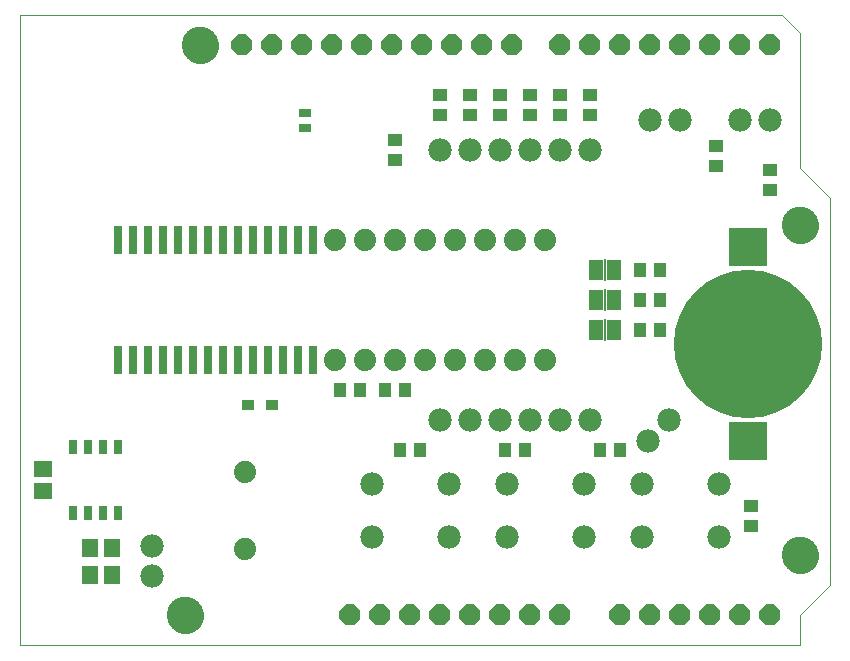
<source format=gbs>
G75*
%MOIN*%
%OFA0B0*%
%FSLAX25Y25*%
%IPPOS*%
%LPD*%
%AMOC8*
5,1,8,0,0,1.08239X$1,22.5*
%
%ADD10C,0.00000*%
%ADD11C,0.12211*%
%ADD12R,0.03943X0.03156*%
%ADD13C,0.07400*%
%ADD14R,0.04337X0.04731*%
%ADD15C,0.07800*%
%ADD16R,0.04731X0.04337*%
%ADD17OC8,0.07000*%
%ADD18R,0.06306X0.05518*%
%ADD19R,0.05518X0.06306*%
%ADD20C,0.25400*%
%ADD21R,0.12998X0.12998*%
%ADD22C,0.49465*%
%ADD23R,0.02762X0.05124*%
%ADD24R,0.05000X0.06700*%
%ADD25R,0.00600X0.07200*%
%ADD26R,0.04337X0.03550*%
%ADD27R,0.02900X0.09400*%
D10*
X0005000Y0005000D02*
X0005000Y0215000D01*
X0259000Y0215000D01*
X0265000Y0209000D01*
X0265000Y0164000D01*
X0275000Y0154000D01*
X0275000Y0025000D01*
X0265000Y0015000D01*
X0265000Y0005000D01*
X0005000Y0005000D01*
X0054094Y0015000D02*
X0054096Y0015153D01*
X0054102Y0015307D01*
X0054112Y0015460D01*
X0054126Y0015612D01*
X0054144Y0015765D01*
X0054166Y0015916D01*
X0054191Y0016067D01*
X0054221Y0016218D01*
X0054255Y0016368D01*
X0054292Y0016516D01*
X0054333Y0016664D01*
X0054378Y0016810D01*
X0054427Y0016956D01*
X0054480Y0017100D01*
X0054536Y0017242D01*
X0054596Y0017383D01*
X0054660Y0017523D01*
X0054727Y0017661D01*
X0054798Y0017797D01*
X0054873Y0017931D01*
X0054950Y0018063D01*
X0055032Y0018193D01*
X0055116Y0018321D01*
X0055204Y0018447D01*
X0055295Y0018570D01*
X0055389Y0018691D01*
X0055487Y0018809D01*
X0055587Y0018925D01*
X0055691Y0019038D01*
X0055797Y0019149D01*
X0055906Y0019257D01*
X0056018Y0019362D01*
X0056132Y0019463D01*
X0056250Y0019562D01*
X0056369Y0019658D01*
X0056491Y0019751D01*
X0056616Y0019840D01*
X0056743Y0019927D01*
X0056872Y0020009D01*
X0057003Y0020089D01*
X0057136Y0020165D01*
X0057271Y0020238D01*
X0057408Y0020307D01*
X0057547Y0020372D01*
X0057687Y0020434D01*
X0057829Y0020492D01*
X0057972Y0020547D01*
X0058117Y0020598D01*
X0058263Y0020645D01*
X0058410Y0020688D01*
X0058558Y0020727D01*
X0058707Y0020763D01*
X0058857Y0020794D01*
X0059008Y0020822D01*
X0059159Y0020846D01*
X0059312Y0020866D01*
X0059464Y0020882D01*
X0059617Y0020894D01*
X0059770Y0020902D01*
X0059923Y0020906D01*
X0060077Y0020906D01*
X0060230Y0020902D01*
X0060383Y0020894D01*
X0060536Y0020882D01*
X0060688Y0020866D01*
X0060841Y0020846D01*
X0060992Y0020822D01*
X0061143Y0020794D01*
X0061293Y0020763D01*
X0061442Y0020727D01*
X0061590Y0020688D01*
X0061737Y0020645D01*
X0061883Y0020598D01*
X0062028Y0020547D01*
X0062171Y0020492D01*
X0062313Y0020434D01*
X0062453Y0020372D01*
X0062592Y0020307D01*
X0062729Y0020238D01*
X0062864Y0020165D01*
X0062997Y0020089D01*
X0063128Y0020009D01*
X0063257Y0019927D01*
X0063384Y0019840D01*
X0063509Y0019751D01*
X0063631Y0019658D01*
X0063750Y0019562D01*
X0063868Y0019463D01*
X0063982Y0019362D01*
X0064094Y0019257D01*
X0064203Y0019149D01*
X0064309Y0019038D01*
X0064413Y0018925D01*
X0064513Y0018809D01*
X0064611Y0018691D01*
X0064705Y0018570D01*
X0064796Y0018447D01*
X0064884Y0018321D01*
X0064968Y0018193D01*
X0065050Y0018063D01*
X0065127Y0017931D01*
X0065202Y0017797D01*
X0065273Y0017661D01*
X0065340Y0017523D01*
X0065404Y0017383D01*
X0065464Y0017242D01*
X0065520Y0017100D01*
X0065573Y0016956D01*
X0065622Y0016810D01*
X0065667Y0016664D01*
X0065708Y0016516D01*
X0065745Y0016368D01*
X0065779Y0016218D01*
X0065809Y0016067D01*
X0065834Y0015916D01*
X0065856Y0015765D01*
X0065874Y0015612D01*
X0065888Y0015460D01*
X0065898Y0015307D01*
X0065904Y0015153D01*
X0065906Y0015000D01*
X0065904Y0014847D01*
X0065898Y0014693D01*
X0065888Y0014540D01*
X0065874Y0014388D01*
X0065856Y0014235D01*
X0065834Y0014084D01*
X0065809Y0013933D01*
X0065779Y0013782D01*
X0065745Y0013632D01*
X0065708Y0013484D01*
X0065667Y0013336D01*
X0065622Y0013190D01*
X0065573Y0013044D01*
X0065520Y0012900D01*
X0065464Y0012758D01*
X0065404Y0012617D01*
X0065340Y0012477D01*
X0065273Y0012339D01*
X0065202Y0012203D01*
X0065127Y0012069D01*
X0065050Y0011937D01*
X0064968Y0011807D01*
X0064884Y0011679D01*
X0064796Y0011553D01*
X0064705Y0011430D01*
X0064611Y0011309D01*
X0064513Y0011191D01*
X0064413Y0011075D01*
X0064309Y0010962D01*
X0064203Y0010851D01*
X0064094Y0010743D01*
X0063982Y0010638D01*
X0063868Y0010537D01*
X0063750Y0010438D01*
X0063631Y0010342D01*
X0063509Y0010249D01*
X0063384Y0010160D01*
X0063257Y0010073D01*
X0063128Y0009991D01*
X0062997Y0009911D01*
X0062864Y0009835D01*
X0062729Y0009762D01*
X0062592Y0009693D01*
X0062453Y0009628D01*
X0062313Y0009566D01*
X0062171Y0009508D01*
X0062028Y0009453D01*
X0061883Y0009402D01*
X0061737Y0009355D01*
X0061590Y0009312D01*
X0061442Y0009273D01*
X0061293Y0009237D01*
X0061143Y0009206D01*
X0060992Y0009178D01*
X0060841Y0009154D01*
X0060688Y0009134D01*
X0060536Y0009118D01*
X0060383Y0009106D01*
X0060230Y0009098D01*
X0060077Y0009094D01*
X0059923Y0009094D01*
X0059770Y0009098D01*
X0059617Y0009106D01*
X0059464Y0009118D01*
X0059312Y0009134D01*
X0059159Y0009154D01*
X0059008Y0009178D01*
X0058857Y0009206D01*
X0058707Y0009237D01*
X0058558Y0009273D01*
X0058410Y0009312D01*
X0058263Y0009355D01*
X0058117Y0009402D01*
X0057972Y0009453D01*
X0057829Y0009508D01*
X0057687Y0009566D01*
X0057547Y0009628D01*
X0057408Y0009693D01*
X0057271Y0009762D01*
X0057136Y0009835D01*
X0057003Y0009911D01*
X0056872Y0009991D01*
X0056743Y0010073D01*
X0056616Y0010160D01*
X0056491Y0010249D01*
X0056369Y0010342D01*
X0056250Y0010438D01*
X0056132Y0010537D01*
X0056018Y0010638D01*
X0055906Y0010743D01*
X0055797Y0010851D01*
X0055691Y0010962D01*
X0055587Y0011075D01*
X0055487Y0011191D01*
X0055389Y0011309D01*
X0055295Y0011430D01*
X0055204Y0011553D01*
X0055116Y0011679D01*
X0055032Y0011807D01*
X0054950Y0011937D01*
X0054873Y0012069D01*
X0054798Y0012203D01*
X0054727Y0012339D01*
X0054660Y0012477D01*
X0054596Y0012617D01*
X0054536Y0012758D01*
X0054480Y0012900D01*
X0054427Y0013044D01*
X0054378Y0013190D01*
X0054333Y0013336D01*
X0054292Y0013484D01*
X0054255Y0013632D01*
X0054221Y0013782D01*
X0054191Y0013933D01*
X0054166Y0014084D01*
X0054144Y0014235D01*
X0054126Y0014388D01*
X0054112Y0014540D01*
X0054102Y0014693D01*
X0054096Y0014847D01*
X0054094Y0015000D01*
X0259094Y0035000D02*
X0259096Y0035153D01*
X0259102Y0035307D01*
X0259112Y0035460D01*
X0259126Y0035612D01*
X0259144Y0035765D01*
X0259166Y0035916D01*
X0259191Y0036067D01*
X0259221Y0036218D01*
X0259255Y0036368D01*
X0259292Y0036516D01*
X0259333Y0036664D01*
X0259378Y0036810D01*
X0259427Y0036956D01*
X0259480Y0037100D01*
X0259536Y0037242D01*
X0259596Y0037383D01*
X0259660Y0037523D01*
X0259727Y0037661D01*
X0259798Y0037797D01*
X0259873Y0037931D01*
X0259950Y0038063D01*
X0260032Y0038193D01*
X0260116Y0038321D01*
X0260204Y0038447D01*
X0260295Y0038570D01*
X0260389Y0038691D01*
X0260487Y0038809D01*
X0260587Y0038925D01*
X0260691Y0039038D01*
X0260797Y0039149D01*
X0260906Y0039257D01*
X0261018Y0039362D01*
X0261132Y0039463D01*
X0261250Y0039562D01*
X0261369Y0039658D01*
X0261491Y0039751D01*
X0261616Y0039840D01*
X0261743Y0039927D01*
X0261872Y0040009D01*
X0262003Y0040089D01*
X0262136Y0040165D01*
X0262271Y0040238D01*
X0262408Y0040307D01*
X0262547Y0040372D01*
X0262687Y0040434D01*
X0262829Y0040492D01*
X0262972Y0040547D01*
X0263117Y0040598D01*
X0263263Y0040645D01*
X0263410Y0040688D01*
X0263558Y0040727D01*
X0263707Y0040763D01*
X0263857Y0040794D01*
X0264008Y0040822D01*
X0264159Y0040846D01*
X0264312Y0040866D01*
X0264464Y0040882D01*
X0264617Y0040894D01*
X0264770Y0040902D01*
X0264923Y0040906D01*
X0265077Y0040906D01*
X0265230Y0040902D01*
X0265383Y0040894D01*
X0265536Y0040882D01*
X0265688Y0040866D01*
X0265841Y0040846D01*
X0265992Y0040822D01*
X0266143Y0040794D01*
X0266293Y0040763D01*
X0266442Y0040727D01*
X0266590Y0040688D01*
X0266737Y0040645D01*
X0266883Y0040598D01*
X0267028Y0040547D01*
X0267171Y0040492D01*
X0267313Y0040434D01*
X0267453Y0040372D01*
X0267592Y0040307D01*
X0267729Y0040238D01*
X0267864Y0040165D01*
X0267997Y0040089D01*
X0268128Y0040009D01*
X0268257Y0039927D01*
X0268384Y0039840D01*
X0268509Y0039751D01*
X0268631Y0039658D01*
X0268750Y0039562D01*
X0268868Y0039463D01*
X0268982Y0039362D01*
X0269094Y0039257D01*
X0269203Y0039149D01*
X0269309Y0039038D01*
X0269413Y0038925D01*
X0269513Y0038809D01*
X0269611Y0038691D01*
X0269705Y0038570D01*
X0269796Y0038447D01*
X0269884Y0038321D01*
X0269968Y0038193D01*
X0270050Y0038063D01*
X0270127Y0037931D01*
X0270202Y0037797D01*
X0270273Y0037661D01*
X0270340Y0037523D01*
X0270404Y0037383D01*
X0270464Y0037242D01*
X0270520Y0037100D01*
X0270573Y0036956D01*
X0270622Y0036810D01*
X0270667Y0036664D01*
X0270708Y0036516D01*
X0270745Y0036368D01*
X0270779Y0036218D01*
X0270809Y0036067D01*
X0270834Y0035916D01*
X0270856Y0035765D01*
X0270874Y0035612D01*
X0270888Y0035460D01*
X0270898Y0035307D01*
X0270904Y0035153D01*
X0270906Y0035000D01*
X0270904Y0034847D01*
X0270898Y0034693D01*
X0270888Y0034540D01*
X0270874Y0034388D01*
X0270856Y0034235D01*
X0270834Y0034084D01*
X0270809Y0033933D01*
X0270779Y0033782D01*
X0270745Y0033632D01*
X0270708Y0033484D01*
X0270667Y0033336D01*
X0270622Y0033190D01*
X0270573Y0033044D01*
X0270520Y0032900D01*
X0270464Y0032758D01*
X0270404Y0032617D01*
X0270340Y0032477D01*
X0270273Y0032339D01*
X0270202Y0032203D01*
X0270127Y0032069D01*
X0270050Y0031937D01*
X0269968Y0031807D01*
X0269884Y0031679D01*
X0269796Y0031553D01*
X0269705Y0031430D01*
X0269611Y0031309D01*
X0269513Y0031191D01*
X0269413Y0031075D01*
X0269309Y0030962D01*
X0269203Y0030851D01*
X0269094Y0030743D01*
X0268982Y0030638D01*
X0268868Y0030537D01*
X0268750Y0030438D01*
X0268631Y0030342D01*
X0268509Y0030249D01*
X0268384Y0030160D01*
X0268257Y0030073D01*
X0268128Y0029991D01*
X0267997Y0029911D01*
X0267864Y0029835D01*
X0267729Y0029762D01*
X0267592Y0029693D01*
X0267453Y0029628D01*
X0267313Y0029566D01*
X0267171Y0029508D01*
X0267028Y0029453D01*
X0266883Y0029402D01*
X0266737Y0029355D01*
X0266590Y0029312D01*
X0266442Y0029273D01*
X0266293Y0029237D01*
X0266143Y0029206D01*
X0265992Y0029178D01*
X0265841Y0029154D01*
X0265688Y0029134D01*
X0265536Y0029118D01*
X0265383Y0029106D01*
X0265230Y0029098D01*
X0265077Y0029094D01*
X0264923Y0029094D01*
X0264770Y0029098D01*
X0264617Y0029106D01*
X0264464Y0029118D01*
X0264312Y0029134D01*
X0264159Y0029154D01*
X0264008Y0029178D01*
X0263857Y0029206D01*
X0263707Y0029237D01*
X0263558Y0029273D01*
X0263410Y0029312D01*
X0263263Y0029355D01*
X0263117Y0029402D01*
X0262972Y0029453D01*
X0262829Y0029508D01*
X0262687Y0029566D01*
X0262547Y0029628D01*
X0262408Y0029693D01*
X0262271Y0029762D01*
X0262136Y0029835D01*
X0262003Y0029911D01*
X0261872Y0029991D01*
X0261743Y0030073D01*
X0261616Y0030160D01*
X0261491Y0030249D01*
X0261369Y0030342D01*
X0261250Y0030438D01*
X0261132Y0030537D01*
X0261018Y0030638D01*
X0260906Y0030743D01*
X0260797Y0030851D01*
X0260691Y0030962D01*
X0260587Y0031075D01*
X0260487Y0031191D01*
X0260389Y0031309D01*
X0260295Y0031430D01*
X0260204Y0031553D01*
X0260116Y0031679D01*
X0260032Y0031807D01*
X0259950Y0031937D01*
X0259873Y0032069D01*
X0259798Y0032203D01*
X0259727Y0032339D01*
X0259660Y0032477D01*
X0259596Y0032617D01*
X0259536Y0032758D01*
X0259480Y0032900D01*
X0259427Y0033044D01*
X0259378Y0033190D01*
X0259333Y0033336D01*
X0259292Y0033484D01*
X0259255Y0033632D01*
X0259221Y0033782D01*
X0259191Y0033933D01*
X0259166Y0034084D01*
X0259144Y0034235D01*
X0259126Y0034388D01*
X0259112Y0034540D01*
X0259102Y0034693D01*
X0259096Y0034847D01*
X0259094Y0035000D01*
X0259094Y0145000D02*
X0259096Y0145153D01*
X0259102Y0145307D01*
X0259112Y0145460D01*
X0259126Y0145612D01*
X0259144Y0145765D01*
X0259166Y0145916D01*
X0259191Y0146067D01*
X0259221Y0146218D01*
X0259255Y0146368D01*
X0259292Y0146516D01*
X0259333Y0146664D01*
X0259378Y0146810D01*
X0259427Y0146956D01*
X0259480Y0147100D01*
X0259536Y0147242D01*
X0259596Y0147383D01*
X0259660Y0147523D01*
X0259727Y0147661D01*
X0259798Y0147797D01*
X0259873Y0147931D01*
X0259950Y0148063D01*
X0260032Y0148193D01*
X0260116Y0148321D01*
X0260204Y0148447D01*
X0260295Y0148570D01*
X0260389Y0148691D01*
X0260487Y0148809D01*
X0260587Y0148925D01*
X0260691Y0149038D01*
X0260797Y0149149D01*
X0260906Y0149257D01*
X0261018Y0149362D01*
X0261132Y0149463D01*
X0261250Y0149562D01*
X0261369Y0149658D01*
X0261491Y0149751D01*
X0261616Y0149840D01*
X0261743Y0149927D01*
X0261872Y0150009D01*
X0262003Y0150089D01*
X0262136Y0150165D01*
X0262271Y0150238D01*
X0262408Y0150307D01*
X0262547Y0150372D01*
X0262687Y0150434D01*
X0262829Y0150492D01*
X0262972Y0150547D01*
X0263117Y0150598D01*
X0263263Y0150645D01*
X0263410Y0150688D01*
X0263558Y0150727D01*
X0263707Y0150763D01*
X0263857Y0150794D01*
X0264008Y0150822D01*
X0264159Y0150846D01*
X0264312Y0150866D01*
X0264464Y0150882D01*
X0264617Y0150894D01*
X0264770Y0150902D01*
X0264923Y0150906D01*
X0265077Y0150906D01*
X0265230Y0150902D01*
X0265383Y0150894D01*
X0265536Y0150882D01*
X0265688Y0150866D01*
X0265841Y0150846D01*
X0265992Y0150822D01*
X0266143Y0150794D01*
X0266293Y0150763D01*
X0266442Y0150727D01*
X0266590Y0150688D01*
X0266737Y0150645D01*
X0266883Y0150598D01*
X0267028Y0150547D01*
X0267171Y0150492D01*
X0267313Y0150434D01*
X0267453Y0150372D01*
X0267592Y0150307D01*
X0267729Y0150238D01*
X0267864Y0150165D01*
X0267997Y0150089D01*
X0268128Y0150009D01*
X0268257Y0149927D01*
X0268384Y0149840D01*
X0268509Y0149751D01*
X0268631Y0149658D01*
X0268750Y0149562D01*
X0268868Y0149463D01*
X0268982Y0149362D01*
X0269094Y0149257D01*
X0269203Y0149149D01*
X0269309Y0149038D01*
X0269413Y0148925D01*
X0269513Y0148809D01*
X0269611Y0148691D01*
X0269705Y0148570D01*
X0269796Y0148447D01*
X0269884Y0148321D01*
X0269968Y0148193D01*
X0270050Y0148063D01*
X0270127Y0147931D01*
X0270202Y0147797D01*
X0270273Y0147661D01*
X0270340Y0147523D01*
X0270404Y0147383D01*
X0270464Y0147242D01*
X0270520Y0147100D01*
X0270573Y0146956D01*
X0270622Y0146810D01*
X0270667Y0146664D01*
X0270708Y0146516D01*
X0270745Y0146368D01*
X0270779Y0146218D01*
X0270809Y0146067D01*
X0270834Y0145916D01*
X0270856Y0145765D01*
X0270874Y0145612D01*
X0270888Y0145460D01*
X0270898Y0145307D01*
X0270904Y0145153D01*
X0270906Y0145000D01*
X0270904Y0144847D01*
X0270898Y0144693D01*
X0270888Y0144540D01*
X0270874Y0144388D01*
X0270856Y0144235D01*
X0270834Y0144084D01*
X0270809Y0143933D01*
X0270779Y0143782D01*
X0270745Y0143632D01*
X0270708Y0143484D01*
X0270667Y0143336D01*
X0270622Y0143190D01*
X0270573Y0143044D01*
X0270520Y0142900D01*
X0270464Y0142758D01*
X0270404Y0142617D01*
X0270340Y0142477D01*
X0270273Y0142339D01*
X0270202Y0142203D01*
X0270127Y0142069D01*
X0270050Y0141937D01*
X0269968Y0141807D01*
X0269884Y0141679D01*
X0269796Y0141553D01*
X0269705Y0141430D01*
X0269611Y0141309D01*
X0269513Y0141191D01*
X0269413Y0141075D01*
X0269309Y0140962D01*
X0269203Y0140851D01*
X0269094Y0140743D01*
X0268982Y0140638D01*
X0268868Y0140537D01*
X0268750Y0140438D01*
X0268631Y0140342D01*
X0268509Y0140249D01*
X0268384Y0140160D01*
X0268257Y0140073D01*
X0268128Y0139991D01*
X0267997Y0139911D01*
X0267864Y0139835D01*
X0267729Y0139762D01*
X0267592Y0139693D01*
X0267453Y0139628D01*
X0267313Y0139566D01*
X0267171Y0139508D01*
X0267028Y0139453D01*
X0266883Y0139402D01*
X0266737Y0139355D01*
X0266590Y0139312D01*
X0266442Y0139273D01*
X0266293Y0139237D01*
X0266143Y0139206D01*
X0265992Y0139178D01*
X0265841Y0139154D01*
X0265688Y0139134D01*
X0265536Y0139118D01*
X0265383Y0139106D01*
X0265230Y0139098D01*
X0265077Y0139094D01*
X0264923Y0139094D01*
X0264770Y0139098D01*
X0264617Y0139106D01*
X0264464Y0139118D01*
X0264312Y0139134D01*
X0264159Y0139154D01*
X0264008Y0139178D01*
X0263857Y0139206D01*
X0263707Y0139237D01*
X0263558Y0139273D01*
X0263410Y0139312D01*
X0263263Y0139355D01*
X0263117Y0139402D01*
X0262972Y0139453D01*
X0262829Y0139508D01*
X0262687Y0139566D01*
X0262547Y0139628D01*
X0262408Y0139693D01*
X0262271Y0139762D01*
X0262136Y0139835D01*
X0262003Y0139911D01*
X0261872Y0139991D01*
X0261743Y0140073D01*
X0261616Y0140160D01*
X0261491Y0140249D01*
X0261369Y0140342D01*
X0261250Y0140438D01*
X0261132Y0140537D01*
X0261018Y0140638D01*
X0260906Y0140743D01*
X0260797Y0140851D01*
X0260691Y0140962D01*
X0260587Y0141075D01*
X0260487Y0141191D01*
X0260389Y0141309D01*
X0260295Y0141430D01*
X0260204Y0141553D01*
X0260116Y0141679D01*
X0260032Y0141807D01*
X0259950Y0141937D01*
X0259873Y0142069D01*
X0259798Y0142203D01*
X0259727Y0142339D01*
X0259660Y0142477D01*
X0259596Y0142617D01*
X0259536Y0142758D01*
X0259480Y0142900D01*
X0259427Y0143044D01*
X0259378Y0143190D01*
X0259333Y0143336D01*
X0259292Y0143484D01*
X0259255Y0143632D01*
X0259221Y0143782D01*
X0259191Y0143933D01*
X0259166Y0144084D01*
X0259144Y0144235D01*
X0259126Y0144388D01*
X0259112Y0144540D01*
X0259102Y0144693D01*
X0259096Y0144847D01*
X0259094Y0145000D01*
X0059094Y0205000D02*
X0059096Y0205153D01*
X0059102Y0205307D01*
X0059112Y0205460D01*
X0059126Y0205612D01*
X0059144Y0205765D01*
X0059166Y0205916D01*
X0059191Y0206067D01*
X0059221Y0206218D01*
X0059255Y0206368D01*
X0059292Y0206516D01*
X0059333Y0206664D01*
X0059378Y0206810D01*
X0059427Y0206956D01*
X0059480Y0207100D01*
X0059536Y0207242D01*
X0059596Y0207383D01*
X0059660Y0207523D01*
X0059727Y0207661D01*
X0059798Y0207797D01*
X0059873Y0207931D01*
X0059950Y0208063D01*
X0060032Y0208193D01*
X0060116Y0208321D01*
X0060204Y0208447D01*
X0060295Y0208570D01*
X0060389Y0208691D01*
X0060487Y0208809D01*
X0060587Y0208925D01*
X0060691Y0209038D01*
X0060797Y0209149D01*
X0060906Y0209257D01*
X0061018Y0209362D01*
X0061132Y0209463D01*
X0061250Y0209562D01*
X0061369Y0209658D01*
X0061491Y0209751D01*
X0061616Y0209840D01*
X0061743Y0209927D01*
X0061872Y0210009D01*
X0062003Y0210089D01*
X0062136Y0210165D01*
X0062271Y0210238D01*
X0062408Y0210307D01*
X0062547Y0210372D01*
X0062687Y0210434D01*
X0062829Y0210492D01*
X0062972Y0210547D01*
X0063117Y0210598D01*
X0063263Y0210645D01*
X0063410Y0210688D01*
X0063558Y0210727D01*
X0063707Y0210763D01*
X0063857Y0210794D01*
X0064008Y0210822D01*
X0064159Y0210846D01*
X0064312Y0210866D01*
X0064464Y0210882D01*
X0064617Y0210894D01*
X0064770Y0210902D01*
X0064923Y0210906D01*
X0065077Y0210906D01*
X0065230Y0210902D01*
X0065383Y0210894D01*
X0065536Y0210882D01*
X0065688Y0210866D01*
X0065841Y0210846D01*
X0065992Y0210822D01*
X0066143Y0210794D01*
X0066293Y0210763D01*
X0066442Y0210727D01*
X0066590Y0210688D01*
X0066737Y0210645D01*
X0066883Y0210598D01*
X0067028Y0210547D01*
X0067171Y0210492D01*
X0067313Y0210434D01*
X0067453Y0210372D01*
X0067592Y0210307D01*
X0067729Y0210238D01*
X0067864Y0210165D01*
X0067997Y0210089D01*
X0068128Y0210009D01*
X0068257Y0209927D01*
X0068384Y0209840D01*
X0068509Y0209751D01*
X0068631Y0209658D01*
X0068750Y0209562D01*
X0068868Y0209463D01*
X0068982Y0209362D01*
X0069094Y0209257D01*
X0069203Y0209149D01*
X0069309Y0209038D01*
X0069413Y0208925D01*
X0069513Y0208809D01*
X0069611Y0208691D01*
X0069705Y0208570D01*
X0069796Y0208447D01*
X0069884Y0208321D01*
X0069968Y0208193D01*
X0070050Y0208063D01*
X0070127Y0207931D01*
X0070202Y0207797D01*
X0070273Y0207661D01*
X0070340Y0207523D01*
X0070404Y0207383D01*
X0070464Y0207242D01*
X0070520Y0207100D01*
X0070573Y0206956D01*
X0070622Y0206810D01*
X0070667Y0206664D01*
X0070708Y0206516D01*
X0070745Y0206368D01*
X0070779Y0206218D01*
X0070809Y0206067D01*
X0070834Y0205916D01*
X0070856Y0205765D01*
X0070874Y0205612D01*
X0070888Y0205460D01*
X0070898Y0205307D01*
X0070904Y0205153D01*
X0070906Y0205000D01*
X0070904Y0204847D01*
X0070898Y0204693D01*
X0070888Y0204540D01*
X0070874Y0204388D01*
X0070856Y0204235D01*
X0070834Y0204084D01*
X0070809Y0203933D01*
X0070779Y0203782D01*
X0070745Y0203632D01*
X0070708Y0203484D01*
X0070667Y0203336D01*
X0070622Y0203190D01*
X0070573Y0203044D01*
X0070520Y0202900D01*
X0070464Y0202758D01*
X0070404Y0202617D01*
X0070340Y0202477D01*
X0070273Y0202339D01*
X0070202Y0202203D01*
X0070127Y0202069D01*
X0070050Y0201937D01*
X0069968Y0201807D01*
X0069884Y0201679D01*
X0069796Y0201553D01*
X0069705Y0201430D01*
X0069611Y0201309D01*
X0069513Y0201191D01*
X0069413Y0201075D01*
X0069309Y0200962D01*
X0069203Y0200851D01*
X0069094Y0200743D01*
X0068982Y0200638D01*
X0068868Y0200537D01*
X0068750Y0200438D01*
X0068631Y0200342D01*
X0068509Y0200249D01*
X0068384Y0200160D01*
X0068257Y0200073D01*
X0068128Y0199991D01*
X0067997Y0199911D01*
X0067864Y0199835D01*
X0067729Y0199762D01*
X0067592Y0199693D01*
X0067453Y0199628D01*
X0067313Y0199566D01*
X0067171Y0199508D01*
X0067028Y0199453D01*
X0066883Y0199402D01*
X0066737Y0199355D01*
X0066590Y0199312D01*
X0066442Y0199273D01*
X0066293Y0199237D01*
X0066143Y0199206D01*
X0065992Y0199178D01*
X0065841Y0199154D01*
X0065688Y0199134D01*
X0065536Y0199118D01*
X0065383Y0199106D01*
X0065230Y0199098D01*
X0065077Y0199094D01*
X0064923Y0199094D01*
X0064770Y0199098D01*
X0064617Y0199106D01*
X0064464Y0199118D01*
X0064312Y0199134D01*
X0064159Y0199154D01*
X0064008Y0199178D01*
X0063857Y0199206D01*
X0063707Y0199237D01*
X0063558Y0199273D01*
X0063410Y0199312D01*
X0063263Y0199355D01*
X0063117Y0199402D01*
X0062972Y0199453D01*
X0062829Y0199508D01*
X0062687Y0199566D01*
X0062547Y0199628D01*
X0062408Y0199693D01*
X0062271Y0199762D01*
X0062136Y0199835D01*
X0062003Y0199911D01*
X0061872Y0199991D01*
X0061743Y0200073D01*
X0061616Y0200160D01*
X0061491Y0200249D01*
X0061369Y0200342D01*
X0061250Y0200438D01*
X0061132Y0200537D01*
X0061018Y0200638D01*
X0060906Y0200743D01*
X0060797Y0200851D01*
X0060691Y0200962D01*
X0060587Y0201075D01*
X0060487Y0201191D01*
X0060389Y0201309D01*
X0060295Y0201430D01*
X0060204Y0201553D01*
X0060116Y0201679D01*
X0060032Y0201807D01*
X0059950Y0201937D01*
X0059873Y0202069D01*
X0059798Y0202203D01*
X0059727Y0202339D01*
X0059660Y0202477D01*
X0059596Y0202617D01*
X0059536Y0202758D01*
X0059480Y0202900D01*
X0059427Y0203044D01*
X0059378Y0203190D01*
X0059333Y0203336D01*
X0059292Y0203484D01*
X0059255Y0203632D01*
X0059221Y0203782D01*
X0059191Y0203933D01*
X0059166Y0204084D01*
X0059144Y0204235D01*
X0059126Y0204388D01*
X0059112Y0204540D01*
X0059102Y0204693D01*
X0059096Y0204847D01*
X0059094Y0205000D01*
D11*
X0065000Y0205000D03*
X0265000Y0145000D03*
X0265000Y0035000D03*
X0060000Y0015000D03*
D12*
X0100000Y0177441D03*
X0100000Y0182559D03*
D13*
X0110000Y0140000D03*
X0120000Y0140000D03*
X0130000Y0140000D03*
X0140000Y0140000D03*
X0150000Y0140000D03*
X0160000Y0140000D03*
X0170000Y0140000D03*
X0180000Y0140000D03*
X0180000Y0100000D03*
X0170000Y0100000D03*
X0160000Y0100000D03*
X0150000Y0100000D03*
X0140000Y0100000D03*
X0130000Y0100000D03*
X0120000Y0100000D03*
X0110000Y0100000D03*
X0080000Y0062795D03*
X0080000Y0037205D03*
D14*
X0131654Y0070000D03*
X0138346Y0070000D03*
X0133346Y0090000D03*
X0126654Y0090000D03*
X0118346Y0090000D03*
X0111654Y0090000D03*
X0166654Y0070000D03*
X0173346Y0070000D03*
X0198154Y0070000D03*
X0204846Y0070000D03*
X0211654Y0110000D03*
X0218346Y0110000D03*
X0218346Y0120000D03*
X0211654Y0120000D03*
X0211654Y0130000D03*
X0218346Y0130000D03*
D15*
X0195000Y0170000D03*
X0185000Y0170000D03*
X0175000Y0170000D03*
X0165000Y0170000D03*
X0155000Y0170000D03*
X0145000Y0170000D03*
X0215000Y0180000D03*
X0225000Y0180000D03*
X0245000Y0180000D03*
X0255000Y0180000D03*
X0221303Y0080132D03*
X0214232Y0073061D03*
X0212200Y0058900D03*
X0192800Y0058900D03*
X0192800Y0041100D03*
X0212200Y0041100D03*
X0237800Y0041100D03*
X0237800Y0058900D03*
X0195000Y0080000D03*
X0185000Y0080000D03*
X0175000Y0080000D03*
X0165000Y0080000D03*
X0155000Y0080000D03*
X0145000Y0080000D03*
X0147800Y0058900D03*
X0167200Y0058900D03*
X0167200Y0041100D03*
X0147800Y0041100D03*
X0122200Y0041100D03*
X0122200Y0058900D03*
X0049000Y0038000D03*
X0049000Y0028000D03*
D16*
X0130000Y0166654D03*
X0130000Y0173346D03*
X0145000Y0181654D03*
X0145000Y0188346D03*
X0155000Y0188346D03*
X0155000Y0181654D03*
X0165000Y0181654D03*
X0165000Y0188346D03*
X0175000Y0188346D03*
X0175000Y0181654D03*
X0185000Y0181654D03*
X0185000Y0188346D03*
X0195000Y0188346D03*
X0195000Y0181654D03*
X0237000Y0171346D03*
X0237000Y0164654D03*
X0255000Y0163346D03*
X0255000Y0156654D03*
X0248500Y0051346D03*
X0248500Y0044654D03*
D17*
X0245000Y0015000D03*
X0235000Y0015000D03*
X0225000Y0015000D03*
X0215000Y0015000D03*
X0205000Y0015000D03*
X0185000Y0015000D03*
X0175000Y0015000D03*
X0165000Y0015000D03*
X0155000Y0015000D03*
X0145000Y0015000D03*
X0135000Y0015000D03*
X0125000Y0015000D03*
X0115000Y0015000D03*
X0255000Y0015000D03*
X0255000Y0205000D03*
X0245000Y0205000D03*
X0235000Y0205000D03*
X0225000Y0205000D03*
X0215000Y0205000D03*
X0205000Y0205000D03*
X0195000Y0205000D03*
X0185000Y0205000D03*
X0169000Y0205000D03*
X0159000Y0205000D03*
X0149000Y0205000D03*
X0139000Y0205000D03*
X0129000Y0205000D03*
X0119000Y0205000D03*
X0109000Y0205000D03*
X0099000Y0205000D03*
X0089000Y0205000D03*
X0079000Y0205000D03*
D18*
X0012500Y0063740D03*
X0012500Y0056260D03*
D19*
X0028260Y0037500D03*
X0035740Y0037500D03*
X0035740Y0028500D03*
X0028260Y0028500D03*
D20*
X0247500Y0105500D03*
D21*
X0247500Y0073117D03*
X0247500Y0137883D03*
D22*
X0247500Y0105500D03*
D23*
X0037500Y0071024D03*
X0032500Y0071024D03*
X0027500Y0071024D03*
X0022500Y0071024D03*
X0022500Y0048976D03*
X0027500Y0048976D03*
X0032500Y0048976D03*
X0037500Y0048976D03*
D24*
X0197000Y0110000D03*
X0203000Y0110000D03*
X0203000Y0120000D03*
X0197000Y0120000D03*
X0197000Y0130000D03*
X0203000Y0130000D03*
D25*
X0200000Y0130000D03*
X0200000Y0120000D03*
X0200000Y0110000D03*
D26*
X0088937Y0085000D03*
X0081063Y0085000D03*
D27*
X0082500Y0100000D03*
X0077500Y0100000D03*
X0072500Y0100000D03*
X0067500Y0100000D03*
X0062500Y0100000D03*
X0057500Y0100000D03*
X0052500Y0100000D03*
X0047500Y0100000D03*
X0042500Y0100000D03*
X0037500Y0100000D03*
X0037500Y0140000D03*
X0042500Y0140000D03*
X0047500Y0140000D03*
X0052500Y0140000D03*
X0057500Y0140000D03*
X0062500Y0140000D03*
X0067500Y0140000D03*
X0072500Y0140000D03*
X0077500Y0140000D03*
X0082500Y0140000D03*
X0087500Y0140000D03*
X0092500Y0140000D03*
X0097500Y0140000D03*
X0102500Y0140000D03*
X0102500Y0100000D03*
X0097500Y0100000D03*
X0092500Y0100000D03*
X0087500Y0100000D03*
M02*

</source>
